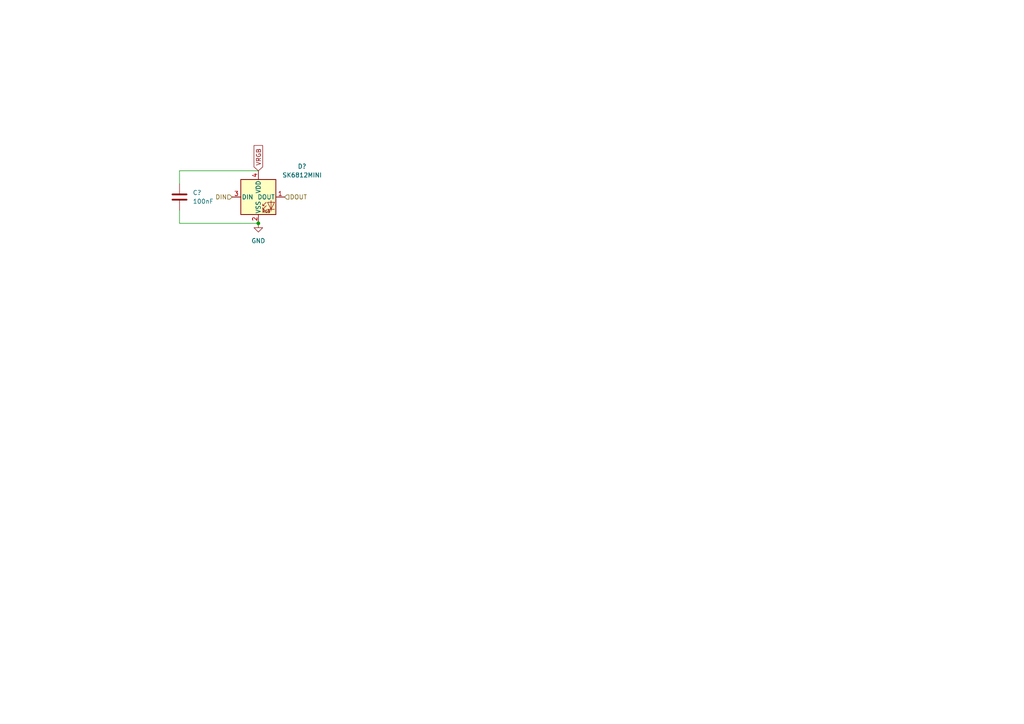
<source format=kicad_sch>
(kicad_sch (version 20211123) (generator eeschema)
  (paper "A4")
  (lib_symbols
    (symbol "Device:C" (pin_numbers hide) (pin_names (offset 0.254))
      (property "Reference" "C" (at 0.635 2.54 0))
      (property "Value" "C" (at 0.635 -2.54 0))
      (symbol "C_0_1"
        (polyline (pts (xy -2.032 -0.762) (xy 2.032 -0.762)) (stroke (width 0.508)))
        (polyline (pts (xy -2.032 0.762) (xy 2.032 0.762)) (stroke (width 0.508)))
      )
      (symbol "C_1_1"
        (pin passive line (at 0 3.81 270) (length 2.794) (name "~") (number "1"))
        (pin passive line (at 0 -3.81 90) (length 2.794) (name "~") (number "2"))
      )
    )
    (symbol "LED:SK6812MINI" (pin_names (offset 0.254))
      (property "Reference" "D" (at 5.08 5.715 0))
      (property "Value" "SK6812MINI" (at 1.27 -5.715 0))
      (symbol "SK6812MINI_0_0"
        (text "RGB" (at 2.286 -4.191 0) (effects (font (size 0.762 0.762))))
      )
      (symbol "SK6812MINI_0_1"
        (polyline (pts (xy 1.27 -3.556) (xy 1.778 -3.556)))
        (polyline (pts (xy 1.27 -2.54) (xy 1.778 -2.54)))
        (polyline (pts (xy 4.699 -3.556) (xy 2.667 -3.556)))
        (polyline (pts (xy 2.286 -2.54) (xy 1.27 -3.556) (xy 1.27 -3.048)))
        (polyline (pts (xy 2.286 -1.524) (xy 1.27 -2.54) (xy 1.27 -2.032)))
        (polyline (pts (xy 3.683 -1.016) (xy 3.683 -3.556) (xy 3.683 -4.064)))
        (polyline (pts (xy 4.699 -1.524) (xy 2.667 -1.524) (xy 3.683 -3.556) (xy 4.699 -1.524)))
        (rectangle (start 5.08 5.08) (end -5.08 -5.08) (stroke (width 0.254)) (fill (type background)))
      )
      (symbol "SK6812MINI_1_1"
        (pin output line (at 7.62 0 180) (length 2.54) (name "DOUT") (number "1"))
        (pin power_in line (at 0 -7.62 90) (length 2.54) (name "VSS") (number "2"))
        (pin input line (at -7.62 0 0) (length 2.54) (name "DIN") (number "3"))
        (pin power_in line (at 0 7.62 270) (length 2.54) (name "VDD") (number "4"))
      )
    )
    (symbol "power:GND" (power) (pin_names (offset 0))
      (property "Value" "GND" (at 0 -3.81 0))
      (symbol "GND_0_1"
        (polyline (pts (xy 0 0) (xy 0 -1.27) (xy 1.27 -1.27) (xy 0 -2.54) (xy -1.27 -1.27) (xy 0 -1.27)))
      )
      (symbol "GND_1_1"
        (pin power_in line (at 0 0 270) (length 0) hide (name "GND") (number "1"))
      )
    )
  )
  (junction (at 74.93 64.77))
  (wire (pts (xy 52.07 60.96) (xy 52.07 64.77)))
  (wire (pts (xy 74.93 49.53) (xy 52.07 49.53)))
  (wire (pts (xy 52.07 49.53) (xy 52.07 53.34)))
  (wire (pts (xy 52.07 64.77) (xy 74.93 64.77)))
  (global_label "VRGB" (shape input) (at 74.93 49.53 90) (property "Intersheet References" "${INTERSHEET_REFS}" (effects hide)))
  (hierarchical_label "DIN" (shape input) (at 67.31 57.15 180))
  (hierarchical_label "DOUT" (shape input) (at 82.55 57.15 0))
  (symbol (lib_id "Device:C") (at 52.07 57.15 0)
    (property "Reference" "C?" (at 55.88 55.8799 0) (effects (justify left)))
    (property "Value" "100nF" (at 55.88 58.4199 0) (effects (justify left)))
    (property "Footprint" "Stefan:C_0805_2012Metric_Pad1.18x1.45mm_HandSolder_Dual_Reversible" (effects hide))
  )
  (symbol (lib_id "LED:SK6812MINI") (at 74.93 57.15 0)
    (property "Reference" "D?" (at 87.63 48.26 0))
    (property "Value" "SK6812MINI" (at 87.63 50.8 0))
    (property "Footprint" "Stefan:SK6812-MINI-E_Reversible" (effects hide))
    (property "Datasheet" "https://cdn-shop.adafruit.com/product-files/2686/SK6812MINI_REV.01-1-2.pdf" (effects hide))
  )
  (symbol (lib_id "power:GND") (at 74.93 64.77 0)
    (property "Reference" "#PWR?" (effects hide))
    (property "Value" "GND" (at 74.93 69.85 0))
  )
)
</source>
